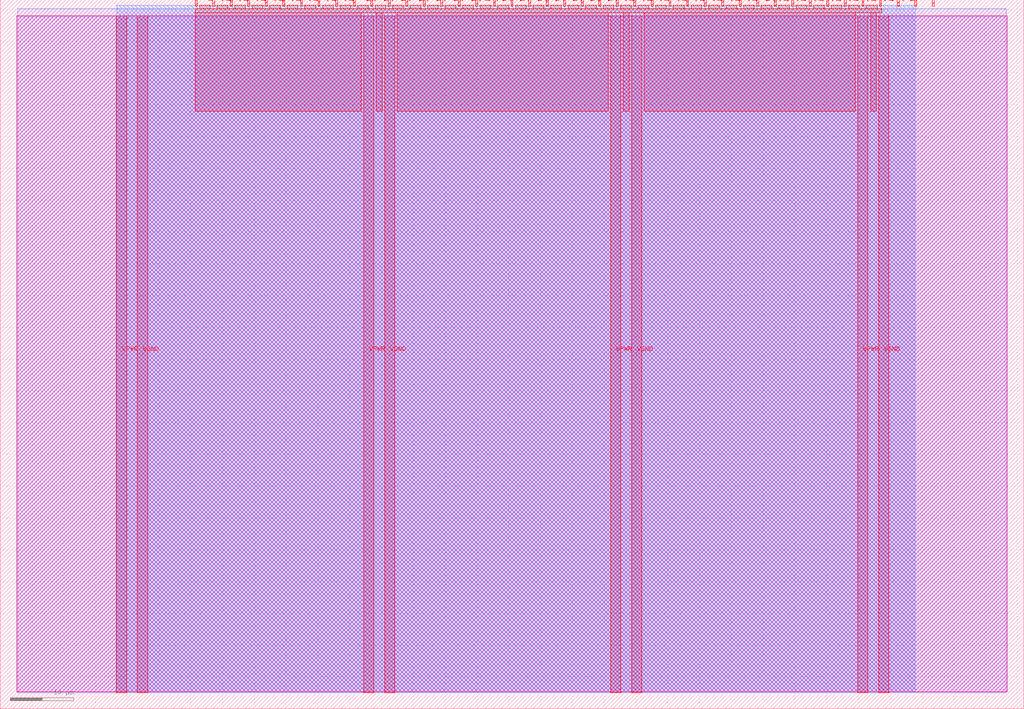
<source format=lef>
VERSION 5.7 ;
  NOWIREEXTENSIONATPIN ON ;
  DIVIDERCHAR "/" ;
  BUSBITCHARS "[]" ;
MACRO tt_um_koggestone_adder8
  CLASS BLOCK ;
  FOREIGN tt_um_koggestone_adder8 ;
  ORIGIN 0.000 0.000 ;
  SIZE 161.000 BY 111.520 ;
  PIN VGND
    DIRECTION INOUT ;
    USE GROUND ;
    PORT
      LAYER met4 ;
        RECT 21.580 2.480 23.180 109.040 ;
    END
    PORT
      LAYER met4 ;
        RECT 60.450 2.480 62.050 109.040 ;
    END
    PORT
      LAYER met4 ;
        RECT 99.320 2.480 100.920 109.040 ;
    END
    PORT
      LAYER met4 ;
        RECT 138.190 2.480 139.790 109.040 ;
    END
  END VGND
  PIN VPWR
    DIRECTION INOUT ;
    USE POWER ;
    PORT
      LAYER met4 ;
        RECT 18.280 2.480 19.880 109.040 ;
    END
    PORT
      LAYER met4 ;
        RECT 57.150 2.480 58.750 109.040 ;
    END
    PORT
      LAYER met4 ;
        RECT 96.020 2.480 97.620 109.040 ;
    END
    PORT
      LAYER met4 ;
        RECT 134.890 2.480 136.490 109.040 ;
    END
  END VPWR
  PIN clk
    DIRECTION INPUT ;
    USE SIGNAL ;
    PORT
      LAYER met4 ;
        RECT 143.830 110.520 144.130 111.520 ;
    END
  END clk
  PIN ena
    DIRECTION INPUT ;
    USE SIGNAL ;
    PORT
      LAYER met4 ;
        RECT 146.590 110.520 146.890 111.520 ;
    END
  END ena
  PIN rst_n
    DIRECTION INPUT ;
    USE SIGNAL ;
    PORT
      LAYER met4 ;
        RECT 141.070 110.520 141.370 111.520 ;
    END
  END rst_n
  PIN ui_in[0]
    DIRECTION INPUT ;
    USE SIGNAL ;
    ANTENNAGATEAREA 0.196500 ;
    PORT
      LAYER met4 ;
        RECT 138.310 110.520 138.610 111.520 ;
    END
  END ui_in[0]
  PIN ui_in[1]
    DIRECTION INPUT ;
    USE SIGNAL ;
    ANTENNAGATEAREA 0.196500 ;
    PORT
      LAYER met4 ;
        RECT 135.550 110.520 135.850 111.520 ;
    END
  END ui_in[1]
  PIN ui_in[2]
    DIRECTION INPUT ;
    USE SIGNAL ;
    ANTENNAGATEAREA 0.196500 ;
    PORT
      LAYER met4 ;
        RECT 132.790 110.520 133.090 111.520 ;
    END
  END ui_in[2]
  PIN ui_in[3]
    DIRECTION INPUT ;
    USE SIGNAL ;
    ANTENNAGATEAREA 0.196500 ;
    PORT
      LAYER met4 ;
        RECT 130.030 110.520 130.330 111.520 ;
    END
  END ui_in[3]
  PIN ui_in[4]
    DIRECTION INPUT ;
    USE SIGNAL ;
    ANTENNAGATEAREA 0.196500 ;
    PORT
      LAYER met4 ;
        RECT 127.270 110.520 127.570 111.520 ;
    END
  END ui_in[4]
  PIN ui_in[5]
    DIRECTION INPUT ;
    USE SIGNAL ;
    ANTENNAGATEAREA 0.196500 ;
    PORT
      LAYER met4 ;
        RECT 124.510 110.520 124.810 111.520 ;
    END
  END ui_in[5]
  PIN ui_in[6]
    DIRECTION INPUT ;
    USE SIGNAL ;
    ANTENNAGATEAREA 0.196500 ;
    PORT
      LAYER met4 ;
        RECT 121.750 110.520 122.050 111.520 ;
    END
  END ui_in[6]
  PIN ui_in[7]
    DIRECTION INPUT ;
    USE SIGNAL ;
    ANTENNAGATEAREA 0.196500 ;
    PORT
      LAYER met4 ;
        RECT 118.990 110.520 119.290 111.520 ;
    END
  END ui_in[7]
  PIN uio_in[0]
    DIRECTION INPUT ;
    USE SIGNAL ;
    ANTENNAGATEAREA 0.196500 ;
    PORT
      LAYER met4 ;
        RECT 116.230 110.520 116.530 111.520 ;
    END
  END uio_in[0]
  PIN uio_in[1]
    DIRECTION INPUT ;
    USE SIGNAL ;
    ANTENNAGATEAREA 0.196500 ;
    PORT
      LAYER met4 ;
        RECT 113.470 110.520 113.770 111.520 ;
    END
  END uio_in[1]
  PIN uio_in[2]
    DIRECTION INPUT ;
    USE SIGNAL ;
    ANTENNAGATEAREA 0.196500 ;
    PORT
      LAYER met4 ;
        RECT 110.710 110.520 111.010 111.520 ;
    END
  END uio_in[2]
  PIN uio_in[3]
    DIRECTION INPUT ;
    USE SIGNAL ;
    ANTENNAGATEAREA 0.196500 ;
    PORT
      LAYER met4 ;
        RECT 107.950 110.520 108.250 111.520 ;
    END
  END uio_in[3]
  PIN uio_in[4]
    DIRECTION INPUT ;
    USE SIGNAL ;
    ANTENNAGATEAREA 0.196500 ;
    PORT
      LAYER met4 ;
        RECT 105.190 110.520 105.490 111.520 ;
    END
  END uio_in[4]
  PIN uio_in[5]
    DIRECTION INPUT ;
    USE SIGNAL ;
    ANTENNAGATEAREA 0.196500 ;
    PORT
      LAYER met4 ;
        RECT 102.430 110.520 102.730 111.520 ;
    END
  END uio_in[5]
  PIN uio_in[6]
    DIRECTION INPUT ;
    USE SIGNAL ;
    ANTENNAGATEAREA 0.196500 ;
    PORT
      LAYER met4 ;
        RECT 99.670 110.520 99.970 111.520 ;
    END
  END uio_in[6]
  PIN uio_in[7]
    DIRECTION INPUT ;
    USE SIGNAL ;
    ANTENNAGATEAREA 0.196500 ;
    PORT
      LAYER met4 ;
        RECT 96.910 110.520 97.210 111.520 ;
    END
  END uio_in[7]
  PIN uio_oe[0]
    DIRECTION OUTPUT ;
    USE SIGNAL ;
    PORT
      LAYER met4 ;
        RECT 49.990 110.520 50.290 111.520 ;
    END
  END uio_oe[0]
  PIN uio_oe[1]
    DIRECTION OUTPUT ;
    USE SIGNAL ;
    PORT
      LAYER met4 ;
        RECT 47.230 110.520 47.530 111.520 ;
    END
  END uio_oe[1]
  PIN uio_oe[2]
    DIRECTION OUTPUT ;
    USE SIGNAL ;
    PORT
      LAYER met4 ;
        RECT 44.470 110.520 44.770 111.520 ;
    END
  END uio_oe[2]
  PIN uio_oe[3]
    DIRECTION OUTPUT ;
    USE SIGNAL ;
    PORT
      LAYER met4 ;
        RECT 41.710 110.520 42.010 111.520 ;
    END
  END uio_oe[3]
  PIN uio_oe[4]
    DIRECTION OUTPUT ;
    USE SIGNAL ;
    PORT
      LAYER met4 ;
        RECT 38.950 110.520 39.250 111.520 ;
    END
  END uio_oe[4]
  PIN uio_oe[5]
    DIRECTION OUTPUT ;
    USE SIGNAL ;
    PORT
      LAYER met4 ;
        RECT 36.190 110.520 36.490 111.520 ;
    END
  END uio_oe[5]
  PIN uio_oe[6]
    DIRECTION OUTPUT ;
    USE SIGNAL ;
    PORT
      LAYER met4 ;
        RECT 33.430 110.520 33.730 111.520 ;
    END
  END uio_oe[6]
  PIN uio_oe[7]
    DIRECTION OUTPUT ;
    USE SIGNAL ;
    PORT
      LAYER met4 ;
        RECT 30.670 110.520 30.970 111.520 ;
    END
  END uio_oe[7]
  PIN uio_out[0]
    DIRECTION OUTPUT ;
    USE SIGNAL ;
    PORT
      LAYER met4 ;
        RECT 72.070 110.520 72.370 111.520 ;
    END
  END uio_out[0]
  PIN uio_out[1]
    DIRECTION OUTPUT ;
    USE SIGNAL ;
    PORT
      LAYER met4 ;
        RECT 69.310 110.520 69.610 111.520 ;
    END
  END uio_out[1]
  PIN uio_out[2]
    DIRECTION OUTPUT ;
    USE SIGNAL ;
    PORT
      LAYER met4 ;
        RECT 66.550 110.520 66.850 111.520 ;
    END
  END uio_out[2]
  PIN uio_out[3]
    DIRECTION OUTPUT ;
    USE SIGNAL ;
    PORT
      LAYER met4 ;
        RECT 63.790 110.520 64.090 111.520 ;
    END
  END uio_out[3]
  PIN uio_out[4]
    DIRECTION OUTPUT ;
    USE SIGNAL ;
    PORT
      LAYER met4 ;
        RECT 61.030 110.520 61.330 111.520 ;
    END
  END uio_out[4]
  PIN uio_out[5]
    DIRECTION OUTPUT ;
    USE SIGNAL ;
    PORT
      LAYER met4 ;
        RECT 58.270 110.520 58.570 111.520 ;
    END
  END uio_out[5]
  PIN uio_out[6]
    DIRECTION OUTPUT ;
    USE SIGNAL ;
    PORT
      LAYER met4 ;
        RECT 55.510 110.520 55.810 111.520 ;
    END
  END uio_out[6]
  PIN uio_out[7]
    DIRECTION OUTPUT ;
    USE SIGNAL ;
    PORT
      LAYER met4 ;
        RECT 52.750 110.520 53.050 111.520 ;
    END
  END uio_out[7]
  PIN uo_out[0]
    DIRECTION OUTPUT ;
    USE SIGNAL ;
    ANTENNADIFFAREA 0.795200 ;
    PORT
      LAYER met4 ;
        RECT 94.150 110.520 94.450 111.520 ;
    END
  END uo_out[0]
  PIN uo_out[1]
    DIRECTION OUTPUT ;
    USE SIGNAL ;
    ANTENNADIFFAREA 0.795200 ;
    PORT
      LAYER met4 ;
        RECT 91.390 110.520 91.690 111.520 ;
    END
  END uo_out[1]
  PIN uo_out[2]
    DIRECTION OUTPUT ;
    USE SIGNAL ;
    ANTENNADIFFAREA 0.445500 ;
    PORT
      LAYER met4 ;
        RECT 88.630 110.520 88.930 111.520 ;
    END
  END uo_out[2]
  PIN uo_out[3]
    DIRECTION OUTPUT ;
    USE SIGNAL ;
    ANTENNADIFFAREA 0.445500 ;
    PORT
      LAYER met4 ;
        RECT 85.870 110.520 86.170 111.520 ;
    END
  END uo_out[3]
  PIN uo_out[4]
    DIRECTION OUTPUT ;
    USE SIGNAL ;
    ANTENNADIFFAREA 0.795200 ;
    PORT
      LAYER met4 ;
        RECT 83.110 110.520 83.410 111.520 ;
    END
  END uo_out[4]
  PIN uo_out[5]
    DIRECTION OUTPUT ;
    USE SIGNAL ;
    ANTENNADIFFAREA 0.445500 ;
    PORT
      LAYER met4 ;
        RECT 80.350 110.520 80.650 111.520 ;
    END
  END uo_out[5]
  PIN uo_out[6]
    DIRECTION OUTPUT ;
    USE SIGNAL ;
    ANTENNADIFFAREA 0.445500 ;
    PORT
      LAYER met4 ;
        RECT 77.590 110.520 77.890 111.520 ;
    END
  END uo_out[6]
  PIN uo_out[7]
    DIRECTION OUTPUT ;
    USE SIGNAL ;
    ANTENNADIFFAREA 0.445500 ;
    PORT
      LAYER met4 ;
        RECT 74.830 110.520 75.130 111.520 ;
    END
  END uo_out[7]
  OBS
      LAYER nwell ;
        RECT 2.570 2.635 158.430 108.990 ;
      LAYER li1 ;
        RECT 2.760 2.635 158.240 108.885 ;
      LAYER met1 ;
        RECT 2.760 2.480 158.240 110.120 ;
      LAYER met2 ;
        RECT 18.310 2.535 143.890 110.685 ;
      LAYER met3 ;
        RECT 18.290 2.555 143.915 110.665 ;
      LAYER met4 ;
        RECT 31.370 110.120 33.030 110.665 ;
        RECT 34.130 110.120 35.790 110.665 ;
        RECT 36.890 110.120 38.550 110.665 ;
        RECT 39.650 110.120 41.310 110.665 ;
        RECT 42.410 110.120 44.070 110.665 ;
        RECT 45.170 110.120 46.830 110.665 ;
        RECT 47.930 110.120 49.590 110.665 ;
        RECT 50.690 110.120 52.350 110.665 ;
        RECT 53.450 110.120 55.110 110.665 ;
        RECT 56.210 110.120 57.870 110.665 ;
        RECT 58.970 110.120 60.630 110.665 ;
        RECT 61.730 110.120 63.390 110.665 ;
        RECT 64.490 110.120 66.150 110.665 ;
        RECT 67.250 110.120 68.910 110.665 ;
        RECT 70.010 110.120 71.670 110.665 ;
        RECT 72.770 110.120 74.430 110.665 ;
        RECT 75.530 110.120 77.190 110.665 ;
        RECT 78.290 110.120 79.950 110.665 ;
        RECT 81.050 110.120 82.710 110.665 ;
        RECT 83.810 110.120 85.470 110.665 ;
        RECT 86.570 110.120 88.230 110.665 ;
        RECT 89.330 110.120 90.990 110.665 ;
        RECT 92.090 110.120 93.750 110.665 ;
        RECT 94.850 110.120 96.510 110.665 ;
        RECT 97.610 110.120 99.270 110.665 ;
        RECT 100.370 110.120 102.030 110.665 ;
        RECT 103.130 110.120 104.790 110.665 ;
        RECT 105.890 110.120 107.550 110.665 ;
        RECT 108.650 110.120 110.310 110.665 ;
        RECT 111.410 110.120 113.070 110.665 ;
        RECT 114.170 110.120 115.830 110.665 ;
        RECT 116.930 110.120 118.590 110.665 ;
        RECT 119.690 110.120 121.350 110.665 ;
        RECT 122.450 110.120 124.110 110.665 ;
        RECT 125.210 110.120 126.870 110.665 ;
        RECT 127.970 110.120 129.630 110.665 ;
        RECT 130.730 110.120 132.390 110.665 ;
        RECT 133.490 110.120 135.150 110.665 ;
        RECT 136.250 110.120 137.910 110.665 ;
        RECT 30.655 109.440 138.625 110.120 ;
        RECT 30.655 94.015 56.750 109.440 ;
        RECT 59.150 94.015 60.050 109.440 ;
        RECT 62.450 94.015 95.620 109.440 ;
        RECT 98.020 94.015 98.920 109.440 ;
        RECT 101.320 94.015 134.490 109.440 ;
        RECT 136.890 94.015 137.790 109.440 ;
  END
END tt_um_koggestone_adder8
END LIBRARY


</source>
